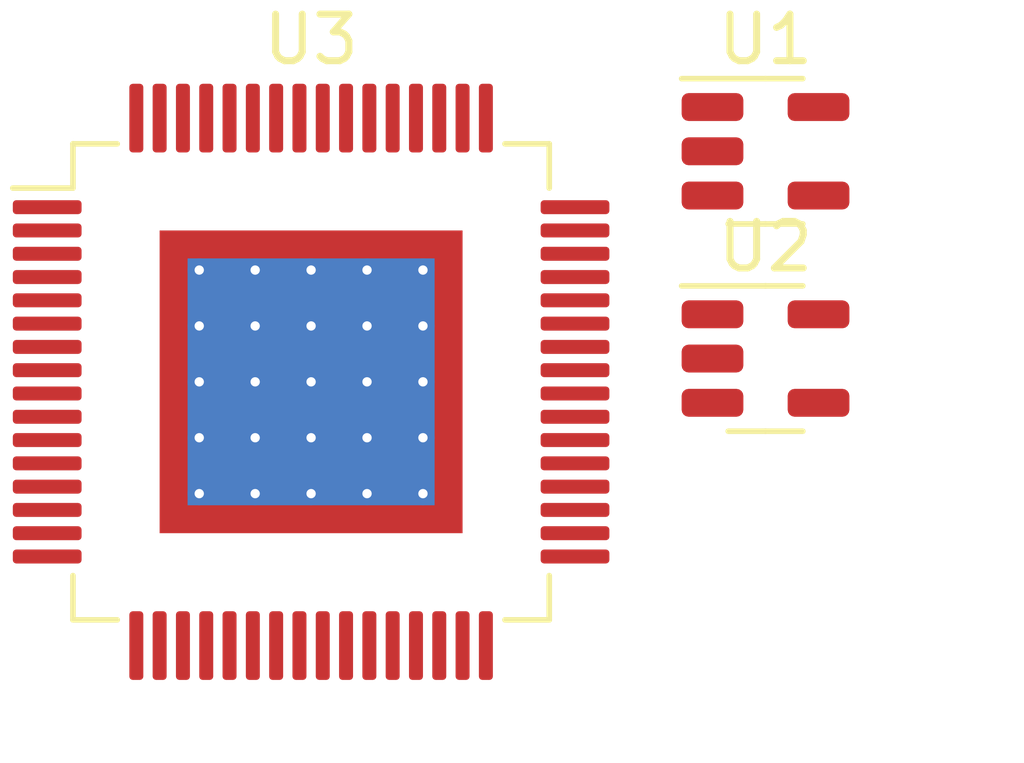
<source format=kicad_pcb>
(kicad_pcb (version 20221018) (generator pcbnew)
  (layers (0 "F.Cu" signal) (31 "B.Cu" signal) (34 "B.Paste" user) (35 "F.Paste" user) (36 "B.SilkS" user "B.Silkscreen") (37 "F.SilkS" user "F.Silkscreen") (38 "B.Mask" user) (39 "F.Mask" user) (44 "Edge.Cuts" user))
  (net 0 "")
  (net 1 "+5V")
  (net 2 "GND")
  (net 3 "+3V3")
  (net 4 "+1V2")
  (net 46 "OSC1")
  (net 47 "OSC2")
  (net 51 "Net-(U3-USB0_REXT)")
  (footprint "Package_QFP:LQFP-64-1EP_10x10mm_P0.5mm_EP6.5x6.5mm_ThermalVias" (layer "F.Cu") (at 118.6525 75.75)
    (fp_text reference "U3" (at 0 -7.35) (layer "F.SilkS"))
    (fp_text value "NUC980DR61Y")
    (fp_line (start -5.11 -5.11) (end -5.11 -4.16) (stroke (width 0.12)) (layer "F.SilkS"))
    (fp_line (start -5.11 -4.16) (end -6.4 -4.16) (stroke (width 0.12)) (layer "F.SilkS"))
    (fp_line (start -5.11 5.11) (end -5.11 4.16) (stroke (width 0.12)) (layer "F.SilkS"))
    (fp_line (start -4.16 -5.11) (end -5.11 -5.11) (stroke (width 0.12)) (layer "F.SilkS"))
    (fp_line (start -4.16 5.11) (end -5.11 5.11) (stroke (width 0.12)) (layer "F.SilkS"))
    (fp_line (start 4.16 -5.11) (end 5.11 -5.11) (stroke (width 0.12)) (layer "F.SilkS"))
    (fp_line (start 4.16 5.11) (end 5.11 5.11) (stroke (width 0.12)) (layer "F.SilkS"))
    (fp_line (start 5.11 -5.11) (end 5.11 -4.16) (stroke (width 0.12)) (layer "F.SilkS"))
    (fp_line (start 5.11 5.11) (end 5.11 4.16) (stroke (width 0.12)) (layer "F.SilkS"))
    (pad "1" smd roundrect (at -5.6625 -3.75) (size 1.475 0.3) (layers "F.Cu" "F.Paste" "F.Mask") (net 2 "GND"))
    (pad "2" smd roundrect (at -5.6625 -3.25) (size 1.475 0.3) (layers "F.Cu" "F.Paste" "F.Mask"))
    (pad "3" smd roundrect (at -5.6625 -2.75) (size 1.475 0.3) (layers "F.Cu" "F.Paste" "F.Mask"))
    (pad "4" smd roundrect (at -5.6625 -2.25) (size 1.475 0.3) (layers "F.Cu" "F.Paste" "F.Mask"))
    (pad "5" smd roundrect (at -5.6625 -1.75) (size 1.475 0.3) (layers "F.Cu" "F.Paste" "F.Mask"))
    (pad "6" smd roundrect (at -5.6625 -1.25) (size 1.475 0.3) (layers "F.Cu" "F.Paste" "F.Mask"))
    (pad "7" smd roundrect (at -5.6625 -0.75) (size 1.475 0.3) (layers "F.Cu" "F.Paste" "F.Mask"))
    (pad "8" smd roundrect (at -5.6625 -0.25) (size 1.475 0.3) (layers "F.Cu" "F.Paste" "F.Mask"))
    (pad "9" smd roundrect (at -5.6625 0.25) (size 1.475 0.3) (layers "F.Cu" "F.Paste" "F.Mask") (net 3 "+3V3"))
    (pad "10" smd roundrect (at -5.6625 0.75) (size 1.475 0.3) (layers "F.Cu" "F.Paste" "F.Mask") (net 4 "+1V2"))
    (pad "11" smd roundrect (at -5.6625 1.25) (size 1.475 0.3) (layers "F.Cu" "F.Paste" "F.Mask") (net 3 "+3V3"))
    (pad "12" smd roundrect (at -5.6625 1.75) (size 1.475 0.3) (layers "F.Cu" "F.Paste" "F.Mask") (net 4 "+1V2"))
    (pad "13" smd roundrect (at -5.6625 2.25) (size 1.475 0.3) (layers "F.Cu" "F.Paste" "F.Mask") (net 3 "+3V3"))
    (pad "14" smd roundrect (at -5.6625 2.75) (size 1.475 0.3) (layers "F.Cu" "F.Paste" "F.Mask"))
    (pad "15" smd roundrect (at -5.6625 3.25) (size 1.475 0.3) (layers "F.Cu" "F.Paste" "F.Mask"))
    (pad "16" smd roundrect (at -5.6625 3.75) (size 1.475 0.3) (layers "F.Cu" "F.Paste" "F.Mask"))
    (pad "17" smd roundrect (at -3.75 5.6625) (size 0.3 1.475) (layers "F.Cu" "F.Paste" "F.Mask"))
    (pad "18" smd roundrect (at -3.25 5.6625) (size 0.3 1.475) (layers "F.Cu" "F.Paste" "F.Mask"))
    (pad "19" smd roundrect (at -2.75 5.6625) (size 0.3 1.475) (layers "F.Cu" "F.Paste" "F.Mask"))
    (pad "20" smd roundrect (at -2.25 5.6625) (size 0.3 1.475) (layers "F.Cu" "F.Paste" "F.Mask"))
    (pad "21" smd roundrect (at -1.75 5.6625) (size 0.3 1.475) (layers "F.Cu" "F.Paste" "F.Mask"))
    (pad "22" smd roundrect (at -1.25 5.6625) (size 0.3 1.475) (layers "F.Cu" "F.Paste" "F.Mask"))
    (pad "23" smd roundrect (at -0.75 5.6625) (size 0.3 1.475) (layers "F.Cu" "F.Paste" "F.Mask"))
    (pad "24" smd roundrect (at -0.25 5.6625) (size 0.3 1.475) (layers "F.Cu" "F.Paste" "F.Mask"))
    (pad "25" smd roundrect (at 0.25 5.6625) (size 0.3 1.475) (layers "F.Cu" "F.Paste" "F.Mask"))
    (pad "26" smd roundrect (at 0.75 5.6625) (size 0.3 1.475) (layers "F.Cu" "F.Paste" "F.Mask"))
    (pad "27" smd roundrect (at 1.25 5.6625) (size 0.3 1.475) (layers "F.Cu" "F.Paste" "F.Mask"))
    (pad "28" smd roundrect (at 1.75 5.6625) (size 0.3 1.475) (layers "F.Cu" "F.Paste" "F.Mask"))
    (pad "29" smd roundrect (at 2.25 5.6625) (size 0.3 1.475) (layers "F.Cu" "F.Paste" "F.Mask"))
    (pad "30" smd roundrect (at 2.75 5.6625) (size 0.3 1.475) (layers "F.Cu" "F.Paste" "F.Mask"))
    (pad "31" smd roundrect (at 3.25 5.6625) (size 0.3 1.475) (layers "F.Cu" "F.Paste" "F.Mask") (net 4 "+1V2"))
    (pad "32" smd roundrect (at 3.75 5.6625) (size 0.3 1.475) (layers "F.Cu" "F.Paste" "F.Mask") (net 3 "+3V3"))
    (pad "33" smd roundrect (at 5.6625 3.75) (size 1.475 0.3) (layers "F.Cu" "F.Paste" "F.Mask"))
    (pad "34" smd roundrect (at 5.6625 3.25) (size 1.475 0.3) (layers "F.Cu" "F.Paste" "F.Mask"))
    (pad "35" smd roundrect (at 5.6625 2.75) (size 1.475 0.3) (layers "F.Cu" "F.Paste" "F.Mask"))
    (pad "36" smd roundrect (at 5.6625 2.25) (size 1.475 0.3) (layers "F.Cu" "F.Paste" "F.Mask"))
    (pad "37" smd roundrect (at 5.6625 1.75) (size 1.475 0.3) (layers "F.Cu" "F.Paste" "F.Mask"))
    (pad "38" smd roundrect (at 5.6625 1.25) (size 1.475 0.3) (layers "F.Cu" "F.Paste" "F.Mask") (net 4 "+1V2"))
    (pad "39" smd roundrect (at 5.6625 0.75) (size 1.475 0.3) (layers "F.Cu" "F.Paste" "F.Mask") (net 3 "+3V3"))
    (pad "40" smd roundrect (at 5.6625 0.25) (size 1.475 0.3) (layers "F.Cu" "F.Paste" "F.Mask") (net 3 "+3V3"))
    (pad "41" smd roundrect (at 5.6625 -0.25) (size 1.475 0.3) (layers "F.Cu" "F.Paste" "F.Mask"))
    (pad "42" smd roundrect (at 5.6625 -0.75) (size 1.475 0.3) (layers "F.Cu" "F.Paste" "F.Mask"))
    (pad "43" smd roundrect (at 5.6625 -1.25) (size 1.475 0.3) (layers "F.Cu" "F.Paste" "F.Mask"))
    (pad "44" smd roundrect (at 5.6625 -1.75) (size 1.475 0.3) (layers "F.Cu" "F.Paste" "F.Mask"))
    (pad "45" smd roundrect (at 5.6625 -2.25) (size 1.475 0.3) (layers "F.Cu" "F.Paste" "F.Mask"))
    (pad "46" smd roundrect (at 5.6625 -2.75) (size 1.475 0.3) (layers "F.Cu" "F.Paste" "F.Mask"))
    (pad "47" smd roundrect (at 5.6625 -3.25) (size 1.475 0.3) (layers "F.Cu" "F.Paste" "F.Mask"))
    (pad "48" smd roundrect (at 5.6625 -3.75) (size 1.475 0.3) (layers "F.Cu" "F.Paste" "F.Mask") (net 4 "+1V2"))
    (pad "49" smd roundrect (at 3.75 -5.6625) (size 0.3 1.475) (layers "F.Cu" "F.Paste" "F.Mask"))
    (pad "50" smd roundrect (at 3.25 -5.6625) (size 0.3 1.475) (layers "F.Cu" "F.Paste" "F.Mask"))
    (pad "51" smd roundrect (at 2.75 -5.6625) (size 0.3 1.475) (layers "F.Cu" "F.Paste" "F.Mask"))
    (pad "52" smd roundrect (at 2.25 -5.6625) (size 0.3 1.475) (layers "F.Cu" "F.Paste" "F.Mask"))
    (pad "53" smd roundrect (at 1.75 -5.6625) (size 0.3 1.475) (layers "F.Cu" "F.Paste" "F.Mask"))
    (pad "54" smd roundrect (at 1.25 -5.6625) (size 0.3 1.475) (layers "F.Cu" "F.Paste" "F.Mask") (net 3 "+3V3"))
    (pad "55" smd roundrect (at 0.75 -5.6625) (size 0.3 1.475) (layers "F.Cu" "F.Paste" "F.Mask") (net 46 "OSC1"))
    (pad "56" smd roundrect (at 0.25 -5.6625) (size 0.3 1.475) (layers "F.Cu" "F.Paste" "F.Mask") (net 47 "OSC2"))
    (pad "57" smd roundrect (at -0.25 -5.6625) (size 0.3 1.475) (layers "F.Cu" "F.Paste" "F.Mask"))
    (pad "58" smd roundrect (at -0.75 -5.6625) (size 0.3 1.475) (layers "F.Cu" "F.Paste" "F.Mask") (net 4 "+1V2"))
    (pad "59" smd roundrect (at -1.25 -5.6625) (size 0.3 1.475) (layers "F.Cu" "F.Paste" "F.Mask") (net 3 "+3V3"))
    (pad "60" smd roundrect (at -1.75 -5.6625) (size 0.3 1.475) (layers "F.Cu" "F.Paste" "F.Mask") (net 4 "+1V2"))
    (pad "61" smd roundrect (at -2.25 -5.6625) (size 0.3 1.475) (layers "F.Cu" "F.Paste" "F.Mask"))
    (pad "62" smd roundrect (at -2.75 -5.6625) (size 0.3 1.475) (layers "F.Cu" "F.Paste" "F.Mask"))
    (pad "63" smd roundrect (at -3.25 -5.6625) (size 0.3 1.475) (layers "F.Cu" "F.Paste" "F.Mask") (net 3 "+3V3"))
    (pad "64" smd roundrect (at -3.75 -5.6625) (size 0.3 1.475) (layers "F.Cu" "F.Paste" "F.Mask") (net 51 "Net-(U3-USB0_REXT)"))
    (pad "65" thru_hole circle (at -2.4 -2.4) (size 0.5 0.5) (drill 0.2) (layers "*.Cu") (net 2 "GND"))
    (pad "65" thru_hole circle (at -2.4 -1.2) (size 0.5 0.5) (drill 0.2) (layers "*.Cu") (net 2 "GND"))
    (pad "65" thru_hole circle (at -2.4 0) (size 0.5 0.5) (drill 0.2) (layers "*.Cu") (net 2 "GND"))
    (pad "65" thru_hole circle (at -2.4 1.2) (size 0.5 0.5) (drill 0.2) (layers "*.Cu") (net 2 "GND"))
    (pad "65" thru_hole circle (at -2.4 2.4) (size 0.5 0.5) (drill 0.2) (layers "*.Cu") (net 2 "GND"))
    (pad "65" thru_hole circle (at -1.2 -2.4) (size 0.5 0.5) (drill 0.2) (layers "*.Cu") (net 2 "GND"))
    (pad "65" thru_hole circle (at -1.2 -1.2) (size 0.5 0.5) (drill 0.2) (layers "*.Cu") (net 2 "GND"))
    (pad "65" thru_hole circle (at -1.2 0) (size 0.5 0.5) (drill 0.2) (layers "*.Cu") (net 2 "GND"))
    (pad "65" thru_hole circle (at -1.2 1.2) (size 0.5 0.5) (drill 0.2) (layers "*.Cu") (net 2 "GND"))
    (pad "65" thru_hole circle (at -1.2 2.4) (size 0.5 0.5) (drill 0.2) (layers "*.Cu") (net 2 "GND"))
    (pad "65" thru_hole circle (at 0 -2.4) (size 0.5 0.5) (drill 0.2) (layers "*.Cu") (net 2 "GND"))
    (pad "65" thru_hole circle (at 0 -1.2) (size 0.5 0.5) (drill 0.2) (layers "*.Cu") (net 2 "GND"))
    (pad "65" thru_hole circle (at 0 0) (size 0.5 0.5) (drill 0.2) (layers "*.Cu") (net 2 "GND"))
    (pad "65" smd rect (at 0 0) (size 5.3 5.3) (layers "B.Cu") (net 2 "GND"))
    (pad "65" smd rect (at 0 0) (size 6.5 6.5) (layers "F.Cu" "F.Mask") (net 2 "GND"))
    (pad "65" thru_hole circle (at 0 1.2) (size 0.5 0.5) (drill 0.2) (layers "*.Cu") (net 2 "GND"))
    (pad "65" thru_hole circle (at 0 2.4) (size 0.5 0.5) (drill 0.2) (layers "*.Cu") (net 2 "GND"))
    (pad "65" thru_hole circle (at 1.2 -2.4) (size 0.5 0.5) (drill 0.2) (layers "*.Cu") (net 2 "GND"))
    (pad "65" thru_hole circle (at 1.2 -1.2) (size 0.5 0.5) (drill 0.2) (layers "*.Cu") (net 2 "GND"))
    (pad "65" thru_hole circle (at 1.2 0) (size 0.5 0.5) (drill 0.2) (layers "*.Cu") (net 2 "GND"))
    (pad "65" thru_hole circle (at 1.2 1.2) (size 0.5 0.5) (drill 0.2) (layers "*.Cu") (net 2 "GND"))
    (pad "65" thru_hole circle (at 1.2 2.4) (size 0.5 0.5) (drill 0.2) (layers "*.Cu") (net 2 "GND"))
    (pad "65" thru_hole circle (at 2.4 -2.4) (size 0.5 0.5) (drill 0.2) (layers "*.Cu") (net 2 "GND"))
    (pad "65" thru_hole circle (at 2.4 -1.2) (size 0.5 0.5) (drill 0.2) (layers "*.Cu") (net 2 "GND"))
    (pad "65" thru_hole circle (at 2.4 0) (size 0.5 0.5) (drill 0.2) (layers "*.Cu") (net 2 "GND"))
    (pad "65" thru_hole circle (at 2.4 1.2) (size 0.5 0.5) (drill 0.2) (layers "*.Cu") (net 2 "GND"))
    (pad "65" thru_hole circle (at 2.4 2.4) (size 0.5 0.5) (drill 0.2) (layers "*.Cu") (net 2 "GND"))
  )
  (footprint "Package_TO_SOT_SMD:SOT-23-5" (layer "F.Cu") (at 128.4025 70.8)
    (fp_text reference "U1" (at 0 -2.4) (layer "F.SilkS"))
    (fp_text value "ME6211C33M5")
    (fp_line (start 0 -1.56) (end -1.8 -1.56) (stroke (width 0.12)) (layer "F.SilkS"))
    (fp_line (start 0 -1.56) (end 0.8 -1.56) (stroke (width 0.12)) (layer "F.SilkS"))
    (fp_line (start 0 1.56) (end -0.8 1.56) (stroke (width 0.12)) (layer "F.SilkS"))
    (fp_line (start 0 1.56) (end 0.8 1.56) (stroke (width 0.12)) (layer "F.SilkS"))
    (pad "1" smd roundrect (at -1.1375 -0.95) (size 1.325 0.6) (layers "F.Cu" "F.Paste" "F.Mask") (net 1 "+5V"))
    (pad "2" smd roundrect (at -1.1375 0) (size 1.325 0.6) (layers "F.Cu" "F.Paste" "F.Mask") (net 2 "GND"))
    (pad "3" smd roundrect (at -1.1375 0.95) (size 1.325 0.6) (layers "F.Cu" "F.Paste" "F.Mask") (net 1 "+5V"))
    (pad "4" smd roundrect (at 1.1375 0.95) (size 1.325 0.6) (layers "F.Cu" "F.Paste" "F.Mask"))
    (pad "5" smd roundrect (at 1.1375 -0.95) (size 1.325 0.6) (layers "F.Cu" "F.Paste" "F.Mask") (net 3 "+3V3"))
  )
  (footprint "Package_TO_SOT_SMD:SOT-23-5" (layer "F.Cu") (at 128.4025 75.25)
    (fp_text reference "U2" (at 0 -2.4) (layer "F.SilkS"))
    (fp_text value "VRH1202LT")
    (fp_line (start 0 -1.56) (end -1.8 -1.56) (stroke (width 0.12)) (layer "F.SilkS"))
    (fp_line (start 0 -1.56) (end 0.8 -1.56) (stroke (width 0.12)) (layer "F.SilkS"))
    (fp_line (start 0 1.56) (end -0.8 1.56) (stroke (width 0.12)) (layer "F.SilkS"))
    (fp_line (start 0 1.56) (end 0.8 1.56) (stroke (width 0.12)) (layer "F.SilkS"))
    (pad "1" smd roundrect (at -1.1375 -0.95) (size 1.325 0.6) (layers "F.Cu" "F.Paste" "F.Mask") (net 1 "+5V"))
    (pad "2" smd roundrect (at -1.1375 0) (size 1.325 0.6) (layers "F.Cu" "F.Paste" "F.Mask") (net 2 "GND"))
    (pad "3" smd roundrect (at -1.1375 0.95) (size 1.325 0.6) (layers "F.Cu" "F.Paste" "F.Mask") (net 1 "+5V"))
    (pad "4" smd roundrect (at 1.1375 0.95) (size 1.325 0.6) (layers "F.Cu" "F.Paste" "F.Mask"))
    (pad "5" smd roundrect (at 1.1375 -0.95) (size 1.325 0.6) (layers "F.Cu" "F.Paste" "F.Mask") (net 4 "+1V2"))
  )
)
</source>
